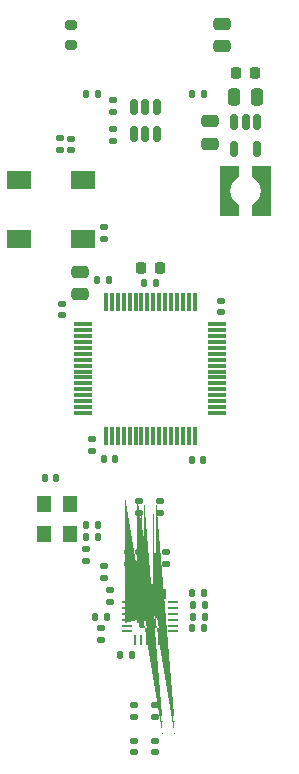
<source format=gtp>
%TF.GenerationSoftware,KiCad,Pcbnew,7.0.1-3b83917a11~171~ubuntu22.04.1*%
%TF.CreationDate,2023-04-15T23:20:08+01:00*%
%TF.ProjectId,spe_dongle,7370655f-646f-46e6-976c-652e6b696361,1.0*%
%TF.SameCoordinates,Original*%
%TF.FileFunction,Paste,Top*%
%TF.FilePolarity,Positive*%
%FSLAX46Y46*%
G04 Gerber Fmt 4.6, Leading zero omitted, Abs format (unit mm)*
G04 Created by KiCad (PCBNEW 7.0.1-3b83917a11~171~ubuntu22.04.1) date 2023-04-15 23:20:08*
%MOMM*%
%LPD*%
G01*
G04 APERTURE LIST*
G04 Aperture macros list*
%AMRoundRect*
0 Rectangle with rounded corners*
0 $1 Rounding radius*
0 $2 $3 $4 $5 $6 $7 $8 $9 X,Y pos of 4 corners*
0 Add a 4 corners polygon primitive as box body*
4,1,4,$2,$3,$4,$5,$6,$7,$8,$9,$2,$3,0*
0 Add four circle primitives for the rounded corners*
1,1,$1+$1,$2,$3*
1,1,$1+$1,$4,$5*
1,1,$1+$1,$6,$7*
1,1,$1+$1,$8,$9*
0 Add four rect primitives between the rounded corners*
20,1,$1+$1,$2,$3,$4,$5,0*
20,1,$1+$1,$4,$5,$6,$7,0*
20,1,$1+$1,$6,$7,$8,$9,0*
20,1,$1+$1,$8,$9,$2,$3,0*%
%AMFreePoly0*
4,1,19,2.150000,-1.200000,1.177922,-1.200000,1.064578,-1.003895,0.918917,-0.830439,0.745359,-0.684899,0.549174,-0.571693,0.336318,-0.494257,0.113252,-0.454942,-0.113252,-0.454942,-0.336318,-0.494257,-0.549174,-0.571693,-0.745359,-0.684899,-0.918917,-0.830439,-1.064578,-1.003895,-1.177922,-1.200000,-2.150000,-1.200000,-2.150000,0.400000,2.150000,0.400000,2.150000,-1.200000,2.150000,-1.200000,
$1*%
%AMFreePoly1*
4,1,19,-1.064578,1.003895,-0.918917,0.830439,-0.745359,0.684899,-0.549174,0.571693,-0.336318,0.494257,-0.113252,0.454942,0.113252,0.454942,0.336318,0.494257,0.549174,0.571693,0.745359,0.684899,0.918917,0.830439,1.064578,1.003895,1.177922,1.200000,2.150000,1.200000,2.150000,-0.400000,-2.150000,-0.400000,-2.150000,1.200000,-1.177922,1.200000,-1.064578,1.003895,-1.064578,1.003895,
$1*%
%AMFreePoly2*
4,1,57,0.211049,0.458455,0.230584,0.458455,0.247503,0.448686,0.266375,0.443630,0.280189,0.429815,0.297109,0.420047,0.420048,0.297109,0.429817,0.280187,0.443630,0.266375,0.448686,0.247503,0.458455,0.230584,0.458455,0.211049,0.463512,0.192176,0.463512,-0.192176,0.458455,-0.211049,0.458455,-0.230584,0.448686,-0.247503,0.443630,-0.266375,0.429817,-0.280187,0.420048,-0.297109,
0.297109,-0.420047,0.280189,-0.429815,0.266375,-0.443630,0.247503,-0.448686,0.230584,-0.458455,0.211049,-0.458455,0.192176,-0.463512,-0.192176,-0.463512,-0.211049,-0.458455,-0.230584,-0.458455,-0.247503,-0.448686,-0.266375,-0.443630,-0.280187,-0.429817,-0.297109,-0.420048,-0.420047,-0.297109,-0.429815,-0.280189,-0.443630,-0.266375,-0.448686,-0.247503,-0.458455,-0.230584,-0.458455,-0.211049,
-0.463512,-0.192176,-0.463512,0.192176,-0.458455,0.211049,-0.458455,0.230584,-0.448686,0.247503,-0.443630,0.266375,-0.429815,0.280189,-0.420047,0.297109,-0.297109,0.420048,-0.280187,0.429817,-0.266375,0.443630,-0.247503,0.448686,-0.230584,0.458455,-0.211049,0.458455,-0.192176,0.463512,0.192176,0.463512,0.211049,0.458455,0.211049,0.458455,$1*%
G04 Aperture macros list end*
%ADD10RoundRect,0.150000X-0.150000X0.512500X-0.150000X-0.512500X0.150000X-0.512500X0.150000X0.512500X0*%
%ADD11RoundRect,0.135000X-0.185000X0.135000X-0.185000X-0.135000X0.185000X-0.135000X0.185000X0.135000X0*%
%ADD12RoundRect,0.075000X-0.700000X-0.075000X0.700000X-0.075000X0.700000X0.075000X-0.700000X0.075000X0*%
%ADD13RoundRect,0.075000X-0.075000X-0.700000X0.075000X-0.700000X0.075000X0.700000X-0.075000X0.700000X0*%
%ADD14RoundRect,0.140000X-0.140000X-0.170000X0.140000X-0.170000X0.140000X0.170000X-0.140000X0.170000X0*%
%ADD15RoundRect,0.250000X0.250000X0.475000X-0.250000X0.475000X-0.250000X-0.475000X0.250000X-0.475000X0*%
%ADD16R,2.000000X1.600000*%
%ADD17RoundRect,0.135000X0.135000X0.185000X-0.135000X0.185000X-0.135000X-0.185000X0.135000X-0.185000X0*%
%ADD18FreePoly0,270.000000*%
%ADD19FreePoly1,270.000000*%
%ADD20RoundRect,0.135000X0.185000X-0.135000X0.185000X0.135000X-0.185000X0.135000X-0.185000X-0.135000X0*%
%ADD21FreePoly2,180.000000*%
%ADD22RoundRect,0.062500X0.375000X0.062500X-0.375000X0.062500X-0.375000X-0.062500X0.375000X-0.062500X0*%
%ADD23RoundRect,0.062500X0.062500X0.375000X-0.062500X0.375000X-0.062500X-0.375000X0.062500X-0.375000X0*%
%ADD24RoundRect,0.218750X0.218750X0.256250X-0.218750X0.256250X-0.218750X-0.256250X0.218750X-0.256250X0*%
%ADD25RoundRect,0.140000X0.140000X0.170000X-0.140000X0.170000X-0.140000X-0.170000X0.140000X-0.170000X0*%
%ADD26RoundRect,0.140000X0.170000X-0.140000X0.170000X0.140000X-0.170000X0.140000X-0.170000X-0.140000X0*%
%ADD27R,1.200000X1.400000*%
%ADD28RoundRect,0.150000X0.150000X-0.512500X0.150000X0.512500X-0.150000X0.512500X-0.150000X-0.512500X0*%
%ADD29RoundRect,0.140000X-0.170000X0.140000X-0.170000X-0.140000X0.170000X-0.140000X0.170000X0.140000X0*%
%ADD30RoundRect,0.135000X-0.135000X-0.185000X0.135000X-0.185000X0.135000X0.185000X-0.135000X0.185000X0*%
%ADD31RoundRect,0.200000X-0.275000X0.200000X-0.275000X-0.200000X0.275000X-0.200000X0.275000X0.200000X0*%
%ADD32RoundRect,0.250000X0.475000X-0.250000X0.475000X0.250000X-0.475000X0.250000X-0.475000X-0.250000X0*%
%ADD33RoundRect,0.250000X-0.475000X0.250000X-0.475000X-0.250000X0.475000X-0.250000X0.475000X0.250000X0*%
G04 APERTURE END LIST*
D10*
X159450000Y-60112500D03*
X158500000Y-60112500D03*
X157550000Y-60112500D03*
X157550000Y-62387500D03*
X159450000Y-62387500D03*
D11*
X142750000Y-61490000D03*
X142750000Y-62510000D03*
D12*
X144750000Y-77250000D03*
X144750000Y-77750000D03*
X144750000Y-78250000D03*
X144750000Y-78750000D03*
X144750000Y-79250000D03*
X144750000Y-79750000D03*
X144750000Y-80250000D03*
X144750000Y-80750000D03*
X144750000Y-81250000D03*
X144750000Y-81750000D03*
X144750000Y-82250000D03*
X144750000Y-82750000D03*
X144750000Y-83250000D03*
X144750000Y-83750000D03*
X144750000Y-84250000D03*
X144750000Y-84750000D03*
D13*
X146675000Y-86675000D03*
X147175000Y-86675000D03*
X147675000Y-86675000D03*
X148175000Y-86675000D03*
X148675000Y-86675000D03*
X149175000Y-86675000D03*
X149675000Y-86675000D03*
X150175000Y-86675000D03*
X150675000Y-86675000D03*
X151175000Y-86675000D03*
X151675000Y-86675000D03*
X152175000Y-86675000D03*
X152675000Y-86675000D03*
X153175000Y-86675000D03*
X153675000Y-86675000D03*
X154175000Y-86675000D03*
D12*
X156100000Y-84750000D03*
X156100000Y-84250000D03*
X156100000Y-83750000D03*
X156100000Y-83250000D03*
X156100000Y-82750000D03*
X156100000Y-82250000D03*
X156100000Y-81750000D03*
X156100000Y-81250000D03*
X156100000Y-80750000D03*
X156100000Y-80250000D03*
X156100000Y-79750000D03*
X156100000Y-79250000D03*
X156100000Y-78750000D03*
X156100000Y-78250000D03*
X156100000Y-77750000D03*
X156100000Y-77250000D03*
D13*
X154175000Y-75325000D03*
X153675000Y-75325000D03*
X153175000Y-75325000D03*
X152675000Y-75325000D03*
X152175000Y-75325000D03*
X151675000Y-75325000D03*
X151175000Y-75325000D03*
X150675000Y-75325000D03*
X150175000Y-75325000D03*
X149675000Y-75325000D03*
X149175000Y-75325000D03*
X148675000Y-75325000D03*
X148175000Y-75325000D03*
X147675000Y-75325000D03*
X147175000Y-75325000D03*
X146675000Y-75325000D03*
D14*
X145945000Y-73500000D03*
X146905000Y-73500000D03*
D15*
X159450000Y-58000000D03*
X157550000Y-58000000D03*
D16*
X139300000Y-65000000D03*
X144700000Y-65000000D03*
D11*
X149080000Y-109490000D03*
X149080000Y-110510000D03*
D17*
X146010000Y-95250000D03*
X144990000Y-95250000D03*
D18*
X160250000Y-66000000D03*
D19*
X156750000Y-66000000D03*
D20*
X146500000Y-70010000D03*
X146500000Y-68990000D03*
X146500000Y-98760000D03*
X146500000Y-97740000D03*
D21*
X150892500Y-102500000D03*
X150892500Y-101500000D03*
X149892500Y-102500000D03*
X149892500Y-101500000D03*
D22*
X152330000Y-103250000D03*
X152330000Y-102750000D03*
X152330000Y-102250000D03*
X152330000Y-101750000D03*
X152330000Y-101250000D03*
X152330000Y-100750000D03*
D23*
X151642500Y-100062500D03*
X151142500Y-100062500D03*
X150642500Y-100062500D03*
X150142500Y-100062500D03*
X149642500Y-100062500D03*
X149142500Y-100062500D03*
D22*
X148455000Y-100750000D03*
X148455000Y-101250000D03*
X148455000Y-101750000D03*
X148455000Y-102250000D03*
X148455000Y-102750000D03*
X148455000Y-103250000D03*
D23*
X149142500Y-103937500D03*
X149642500Y-103937500D03*
X150142500Y-103937500D03*
X150642500Y-103937500D03*
X151142500Y-103937500D03*
X151642500Y-103937500D03*
D24*
X159287500Y-56000000D03*
X157712500Y-56000000D03*
D17*
X155020000Y-101000000D03*
X154000000Y-101000000D03*
D25*
X147442500Y-88650000D03*
X146482500Y-88650000D03*
D20*
X149500000Y-93260000D03*
X149500000Y-92240000D03*
D26*
X142925000Y-76480000D03*
X142925000Y-75520000D03*
D11*
X147000000Y-99740000D03*
X147000000Y-100760000D03*
D17*
X148840000Y-105250000D03*
X147820000Y-105250000D03*
D16*
X144700000Y-70000000D03*
X139300000Y-70000000D03*
D27*
X141400000Y-92480000D03*
X141400000Y-95020000D03*
X143600000Y-95020000D03*
X143600000Y-92480000D03*
D11*
X150830000Y-109490000D03*
X150830000Y-110510000D03*
X147250000Y-58240000D03*
X147250000Y-59260000D03*
X149500000Y-96490000D03*
X149500000Y-97510000D03*
X147250000Y-60740000D03*
X147250000Y-61760000D03*
D25*
X154905000Y-88750000D03*
X153945000Y-88750000D03*
D20*
X145500000Y-88010000D03*
X145500000Y-86990000D03*
D17*
X150925000Y-73750000D03*
X149905000Y-73750000D03*
D20*
X151250000Y-93260000D03*
X151250000Y-92240000D03*
D28*
X149050000Y-61137500D03*
X150000000Y-61137500D03*
X150950000Y-61137500D03*
X150950000Y-58862500D03*
X150000000Y-58862500D03*
X149050000Y-58862500D03*
D29*
X149080000Y-112520000D03*
X149080000Y-113480000D03*
D11*
X148500000Y-96490000D03*
X148500000Y-97510000D03*
D26*
X156425000Y-76230000D03*
X156425000Y-75270000D03*
D29*
X150830000Y-112520000D03*
X150830000Y-113480000D03*
D20*
X146250000Y-104010000D03*
X146250000Y-102990000D03*
X151750000Y-97510000D03*
X151750000Y-96490000D03*
D17*
X146760000Y-102000000D03*
X145740000Y-102000000D03*
X155020000Y-102000000D03*
X154000000Y-102000000D03*
D30*
X153990000Y-100000000D03*
X155010000Y-100000000D03*
D17*
X155010000Y-103000000D03*
X153990000Y-103000000D03*
X155010000Y-57750000D03*
X153990000Y-57750000D03*
D31*
X143750000Y-51925000D03*
X143750000Y-53575000D03*
D24*
X151212500Y-72500000D03*
X149637500Y-72500000D03*
D30*
X144990000Y-94250000D03*
X146010000Y-94250000D03*
D32*
X155500000Y-61950000D03*
X155500000Y-60050000D03*
D26*
X143750000Y-62480000D03*
X143750000Y-61520000D03*
D33*
X156500000Y-51800000D03*
X156500000Y-53700000D03*
D11*
X145000000Y-96240000D03*
X145000000Y-97260000D03*
D30*
X144990000Y-57750000D03*
X146010000Y-57750000D03*
D32*
X144500000Y-74700000D03*
X144500000Y-72800000D03*
D14*
X141520000Y-90250000D03*
X142480000Y-90250000D03*
M02*

</source>
